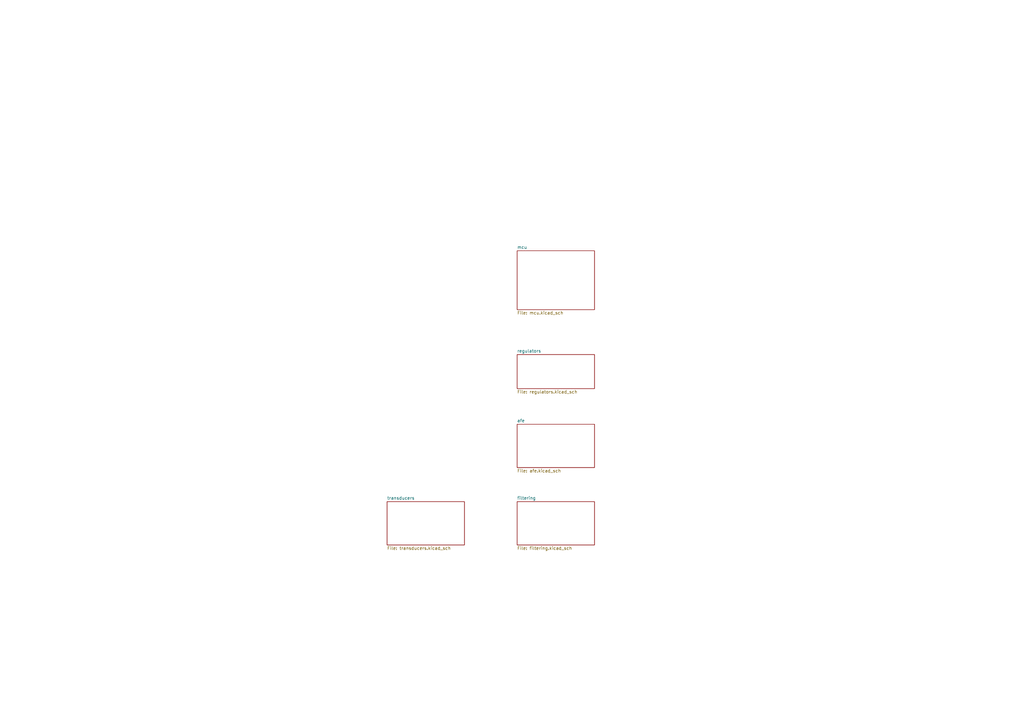
<source format=kicad_sch>
(kicad_sch (version 20211123) (generator eeschema)
  (paper "A3")
  (lib_symbols)
  (sheet (at 212.09 205.74) (size 31.75 17.78) (stroke (width 0.1524))
    (property "Sheet name" "filtering" (at 212.09 205.0284 0) (effects (justify left bottom)))
    (property "Sheet file" "filtering.kicad_sch" (at 212.09 224.1046 0) (effects (justify left top)))
  )
  (sheet (at 158.75 205.74) (size 31.75 17.78) (stroke (width 0.1524))
    (property "Sheet name" "transducers" (at 158.75 205.0284 0) (effects (justify left bottom)))
    (property "Sheet file" "transducers.kicad_sch" (at 158.75 224.1046 0) (effects (justify left top)))
  )
  (sheet (at 212.09 145.415) (size 31.75 13.97) (stroke (width 0.1524))
    (property "Sheet name" "regulators" (at 212.09 144.7034 0) (effects (justify left bottom)))
    (property "Sheet file" "regulators.kicad_sch" (at 212.09 159.9696 0) (effects (justify left top)))
  )
  (sheet (at 212.09 173.99) (size 31.75 17.78) (stroke (width 0.1524))
    (property "Sheet name" "afe" (at 212.09 173.2784 0) (effects (justify left bottom)))
    (property "Sheet file" "afe.kicad_sch" (at 212.09 192.3546 0) (effects (justify left top)))
  )
  (sheet (at 212.09 102.87) (size 31.75 24.13) (stroke (width 0.1524))
    (property "Sheet name" "mcu" (at 212.09 102.1584 0) (effects (justify left bottom)))
    (property "Sheet file" "mcu.kicad_sch" (at 212.09 127.5846 0) (effects (justify left top)))
  )
)
</source>
